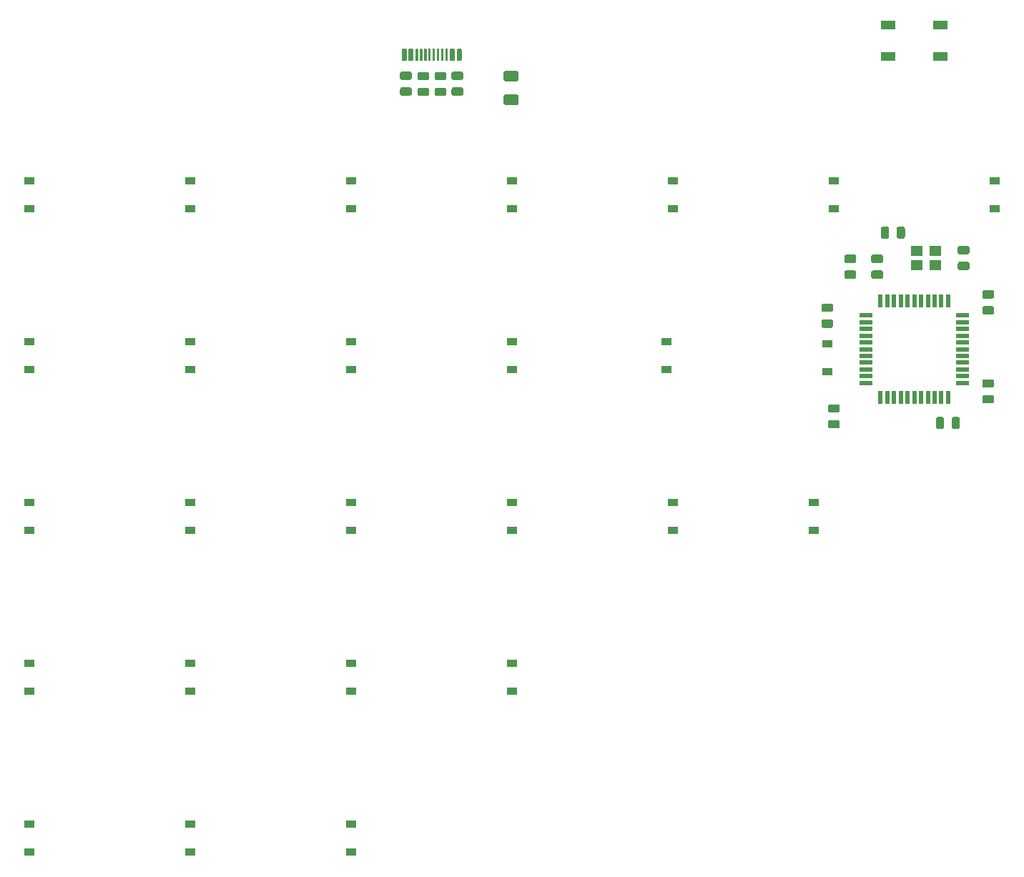
<source format=gbp>
G04 #@! TF.GenerationSoftware,KiCad,Pcbnew,(5.1.5-0-10_14)*
G04 #@! TF.CreationDate,2020-07-13T12:14:37+02:00*
G04 #@! TF.ProjectId,Trigon,54726967-6f6e-42e6-9b69-6361645f7063,rev?*
G04 #@! TF.SameCoordinates,Original*
G04 #@! TF.FileFunction,Paste,Bot*
G04 #@! TF.FilePolarity,Positive*
%FSLAX46Y46*%
G04 Gerber Fmt 4.6, Leading zero omitted, Abs format (unit mm)*
G04 Created by KiCad (PCBNEW (5.1.5-0-10_14)) date 2020-07-13 12:14:37*
%MOMM*%
%LPD*%
G04 APERTURE LIST*
%ADD10C,0.100000*%
%ADD11R,1.400000X1.200000*%
%ADD12R,0.550000X1.500000*%
%ADD13R,1.500000X0.550000*%
%ADD14R,1.800000X1.100000*%
%ADD15R,1.200000X0.900000*%
G04 APERTURE END LIST*
D10*
G36*
X86608453Y-18394472D02*
G01*
X86623014Y-18396632D01*
X86637293Y-18400209D01*
X86651153Y-18405168D01*
X86664460Y-18411462D01*
X86677086Y-18419030D01*
X86688909Y-18427798D01*
X86699816Y-18437684D01*
X86709702Y-18448591D01*
X86718470Y-18460414D01*
X86726038Y-18473040D01*
X86732332Y-18486347D01*
X86737291Y-18500207D01*
X86740868Y-18514486D01*
X86743028Y-18529047D01*
X86743750Y-18543750D01*
X86743750Y-19693750D01*
X86743028Y-19708453D01*
X86740868Y-19723014D01*
X86737291Y-19737293D01*
X86732332Y-19751153D01*
X86726038Y-19764460D01*
X86718470Y-19777086D01*
X86709702Y-19788909D01*
X86699816Y-19799816D01*
X86688909Y-19809702D01*
X86677086Y-19818470D01*
X86664460Y-19826038D01*
X86651153Y-19832332D01*
X86637293Y-19837291D01*
X86623014Y-19840868D01*
X86608453Y-19843028D01*
X86593750Y-19843750D01*
X86293750Y-19843750D01*
X86279047Y-19843028D01*
X86264486Y-19840868D01*
X86250207Y-19837291D01*
X86236347Y-19832332D01*
X86223040Y-19826038D01*
X86210414Y-19818470D01*
X86198591Y-19809702D01*
X86187684Y-19799816D01*
X86177798Y-19788909D01*
X86169030Y-19777086D01*
X86161462Y-19764460D01*
X86155168Y-19751153D01*
X86150209Y-19737293D01*
X86146632Y-19723014D01*
X86144472Y-19708453D01*
X86143750Y-19693750D01*
X86143750Y-18543750D01*
X86144472Y-18529047D01*
X86146632Y-18514486D01*
X86150209Y-18500207D01*
X86155168Y-18486347D01*
X86161462Y-18473040D01*
X86169030Y-18460414D01*
X86177798Y-18448591D01*
X86187684Y-18437684D01*
X86198591Y-18427798D01*
X86210414Y-18419030D01*
X86223040Y-18411462D01*
X86236347Y-18405168D01*
X86250207Y-18400209D01*
X86264486Y-18396632D01*
X86279047Y-18394472D01*
X86293750Y-18393750D01*
X86593750Y-18393750D01*
X86608453Y-18394472D01*
G37*
G36*
X88026101Y-18394111D02*
G01*
X88033382Y-18395191D01*
X88040521Y-18396979D01*
X88047451Y-18399459D01*
X88054105Y-18402606D01*
X88060418Y-18406390D01*
X88066329Y-18410774D01*
X88071783Y-18415717D01*
X88076726Y-18421171D01*
X88081110Y-18427082D01*
X88084894Y-18433395D01*
X88088041Y-18440049D01*
X88090521Y-18446979D01*
X88092309Y-18454118D01*
X88093389Y-18461399D01*
X88093750Y-18468750D01*
X88093750Y-19768750D01*
X88093389Y-19776101D01*
X88092309Y-19783382D01*
X88090521Y-19790521D01*
X88088041Y-19797451D01*
X88084894Y-19804105D01*
X88081110Y-19810418D01*
X88076726Y-19816329D01*
X88071783Y-19821783D01*
X88066329Y-19826726D01*
X88060418Y-19831110D01*
X88054105Y-19834894D01*
X88047451Y-19838041D01*
X88040521Y-19840521D01*
X88033382Y-19842309D01*
X88026101Y-19843389D01*
X88018750Y-19843750D01*
X87868750Y-19843750D01*
X87861399Y-19843389D01*
X87854118Y-19842309D01*
X87846979Y-19840521D01*
X87840049Y-19838041D01*
X87833395Y-19834894D01*
X87827082Y-19831110D01*
X87821171Y-19826726D01*
X87815717Y-19821783D01*
X87810774Y-19816329D01*
X87806390Y-19810418D01*
X87802606Y-19804105D01*
X87799459Y-19797451D01*
X87796979Y-19790521D01*
X87795191Y-19783382D01*
X87794111Y-19776101D01*
X87793750Y-19768750D01*
X87793750Y-18468750D01*
X87794111Y-18461399D01*
X87795191Y-18454118D01*
X87796979Y-18446979D01*
X87799459Y-18440049D01*
X87802606Y-18433395D01*
X87806390Y-18427082D01*
X87810774Y-18421171D01*
X87815717Y-18415717D01*
X87821171Y-18410774D01*
X87827082Y-18406390D01*
X87833395Y-18402606D01*
X87840049Y-18399459D01*
X87846979Y-18396979D01*
X87854118Y-18395191D01*
X87861399Y-18394111D01*
X87868750Y-18393750D01*
X88018750Y-18393750D01*
X88026101Y-18394111D01*
G37*
G36*
X88526101Y-18394111D02*
G01*
X88533382Y-18395191D01*
X88540521Y-18396979D01*
X88547451Y-18399459D01*
X88554105Y-18402606D01*
X88560418Y-18406390D01*
X88566329Y-18410774D01*
X88571783Y-18415717D01*
X88576726Y-18421171D01*
X88581110Y-18427082D01*
X88584894Y-18433395D01*
X88588041Y-18440049D01*
X88590521Y-18446979D01*
X88592309Y-18454118D01*
X88593389Y-18461399D01*
X88593750Y-18468750D01*
X88593750Y-19768750D01*
X88593389Y-19776101D01*
X88592309Y-19783382D01*
X88590521Y-19790521D01*
X88588041Y-19797451D01*
X88584894Y-19804105D01*
X88581110Y-19810418D01*
X88576726Y-19816329D01*
X88571783Y-19821783D01*
X88566329Y-19826726D01*
X88560418Y-19831110D01*
X88554105Y-19834894D01*
X88547451Y-19838041D01*
X88540521Y-19840521D01*
X88533382Y-19842309D01*
X88526101Y-19843389D01*
X88518750Y-19843750D01*
X88368750Y-19843750D01*
X88361399Y-19843389D01*
X88354118Y-19842309D01*
X88346979Y-19840521D01*
X88340049Y-19838041D01*
X88333395Y-19834894D01*
X88327082Y-19831110D01*
X88321171Y-19826726D01*
X88315717Y-19821783D01*
X88310774Y-19816329D01*
X88306390Y-19810418D01*
X88302606Y-19804105D01*
X88299459Y-19797451D01*
X88296979Y-19790521D01*
X88295191Y-19783382D01*
X88294111Y-19776101D01*
X88293750Y-19768750D01*
X88293750Y-18468750D01*
X88294111Y-18461399D01*
X88295191Y-18454118D01*
X88296979Y-18446979D01*
X88299459Y-18440049D01*
X88302606Y-18433395D01*
X88306390Y-18427082D01*
X88310774Y-18421171D01*
X88315717Y-18415717D01*
X88321171Y-18410774D01*
X88327082Y-18406390D01*
X88333395Y-18402606D01*
X88340049Y-18399459D01*
X88346979Y-18396979D01*
X88354118Y-18395191D01*
X88361399Y-18394111D01*
X88368750Y-18393750D01*
X88518750Y-18393750D01*
X88526101Y-18394111D01*
G37*
G36*
X89026101Y-18394111D02*
G01*
X89033382Y-18395191D01*
X89040521Y-18396979D01*
X89047451Y-18399459D01*
X89054105Y-18402606D01*
X89060418Y-18406390D01*
X89066329Y-18410774D01*
X89071783Y-18415717D01*
X89076726Y-18421171D01*
X89081110Y-18427082D01*
X89084894Y-18433395D01*
X89088041Y-18440049D01*
X89090521Y-18446979D01*
X89092309Y-18454118D01*
X89093389Y-18461399D01*
X89093750Y-18468750D01*
X89093750Y-19768750D01*
X89093389Y-19776101D01*
X89092309Y-19783382D01*
X89090521Y-19790521D01*
X89088041Y-19797451D01*
X89084894Y-19804105D01*
X89081110Y-19810418D01*
X89076726Y-19816329D01*
X89071783Y-19821783D01*
X89066329Y-19826726D01*
X89060418Y-19831110D01*
X89054105Y-19834894D01*
X89047451Y-19838041D01*
X89040521Y-19840521D01*
X89033382Y-19842309D01*
X89026101Y-19843389D01*
X89018750Y-19843750D01*
X88868750Y-19843750D01*
X88861399Y-19843389D01*
X88854118Y-19842309D01*
X88846979Y-19840521D01*
X88840049Y-19838041D01*
X88833395Y-19834894D01*
X88827082Y-19831110D01*
X88821171Y-19826726D01*
X88815717Y-19821783D01*
X88810774Y-19816329D01*
X88806390Y-19810418D01*
X88802606Y-19804105D01*
X88799459Y-19797451D01*
X88796979Y-19790521D01*
X88795191Y-19783382D01*
X88794111Y-19776101D01*
X88793750Y-19768750D01*
X88793750Y-18468750D01*
X88794111Y-18461399D01*
X88795191Y-18454118D01*
X88796979Y-18446979D01*
X88799459Y-18440049D01*
X88802606Y-18433395D01*
X88806390Y-18427082D01*
X88810774Y-18421171D01*
X88815717Y-18415717D01*
X88821171Y-18410774D01*
X88827082Y-18406390D01*
X88833395Y-18402606D01*
X88840049Y-18399459D01*
X88846979Y-18396979D01*
X88854118Y-18395191D01*
X88861399Y-18394111D01*
X88868750Y-18393750D01*
X89018750Y-18393750D01*
X89026101Y-18394111D01*
G37*
G36*
X89522101Y-18394111D02*
G01*
X89529382Y-18395191D01*
X89536521Y-18396979D01*
X89543451Y-18399459D01*
X89550105Y-18402606D01*
X89556418Y-18406390D01*
X89562329Y-18410774D01*
X89567783Y-18415717D01*
X89572726Y-18421171D01*
X89577110Y-18427082D01*
X89580894Y-18433395D01*
X89584041Y-18440049D01*
X89586521Y-18446979D01*
X89588309Y-18454118D01*
X89589389Y-18461399D01*
X89589750Y-18468750D01*
X89589750Y-19768750D01*
X89589389Y-19776101D01*
X89588309Y-19783382D01*
X89586521Y-19790521D01*
X89584041Y-19797451D01*
X89580894Y-19804105D01*
X89577110Y-19810418D01*
X89572726Y-19816329D01*
X89567783Y-19821783D01*
X89562329Y-19826726D01*
X89556418Y-19831110D01*
X89550105Y-19834894D01*
X89543451Y-19838041D01*
X89536521Y-19840521D01*
X89529382Y-19842309D01*
X89522101Y-19843389D01*
X89514750Y-19843750D01*
X89364750Y-19843750D01*
X89357399Y-19843389D01*
X89350118Y-19842309D01*
X89342979Y-19840521D01*
X89336049Y-19838041D01*
X89329395Y-19834894D01*
X89323082Y-19831110D01*
X89317171Y-19826726D01*
X89311717Y-19821783D01*
X89306774Y-19816329D01*
X89302390Y-19810418D01*
X89298606Y-19804105D01*
X89295459Y-19797451D01*
X89292979Y-19790521D01*
X89291191Y-19783382D01*
X89290111Y-19776101D01*
X89289750Y-19768750D01*
X89289750Y-18468750D01*
X89290111Y-18461399D01*
X89291191Y-18454118D01*
X89292979Y-18446979D01*
X89295459Y-18440049D01*
X89298606Y-18433395D01*
X89302390Y-18427082D01*
X89306774Y-18421171D01*
X89311717Y-18415717D01*
X89317171Y-18410774D01*
X89323082Y-18406390D01*
X89329395Y-18402606D01*
X89336049Y-18399459D01*
X89342979Y-18396979D01*
X89350118Y-18395191D01*
X89357399Y-18394111D01*
X89364750Y-18393750D01*
X89514750Y-18393750D01*
X89522101Y-18394111D01*
G37*
G36*
X91526101Y-18394111D02*
G01*
X91533382Y-18395191D01*
X91540521Y-18396979D01*
X91547451Y-18399459D01*
X91554105Y-18402606D01*
X91560418Y-18406390D01*
X91566329Y-18410774D01*
X91571783Y-18415717D01*
X91576726Y-18421171D01*
X91581110Y-18427082D01*
X91584894Y-18433395D01*
X91588041Y-18440049D01*
X91590521Y-18446979D01*
X91592309Y-18454118D01*
X91593389Y-18461399D01*
X91593750Y-18468750D01*
X91593750Y-19768750D01*
X91593389Y-19776101D01*
X91592309Y-19783382D01*
X91590521Y-19790521D01*
X91588041Y-19797451D01*
X91584894Y-19804105D01*
X91581110Y-19810418D01*
X91576726Y-19816329D01*
X91571783Y-19821783D01*
X91566329Y-19826726D01*
X91560418Y-19831110D01*
X91554105Y-19834894D01*
X91547451Y-19838041D01*
X91540521Y-19840521D01*
X91533382Y-19842309D01*
X91526101Y-19843389D01*
X91518750Y-19843750D01*
X91368750Y-19843750D01*
X91361399Y-19843389D01*
X91354118Y-19842309D01*
X91346979Y-19840521D01*
X91340049Y-19838041D01*
X91333395Y-19834894D01*
X91327082Y-19831110D01*
X91321171Y-19826726D01*
X91315717Y-19821783D01*
X91310774Y-19816329D01*
X91306390Y-19810418D01*
X91302606Y-19804105D01*
X91299459Y-19797451D01*
X91296979Y-19790521D01*
X91295191Y-19783382D01*
X91294111Y-19776101D01*
X91293750Y-19768750D01*
X91293750Y-18468750D01*
X91294111Y-18461399D01*
X91295191Y-18454118D01*
X91296979Y-18446979D01*
X91299459Y-18440049D01*
X91302606Y-18433395D01*
X91306390Y-18427082D01*
X91310774Y-18421171D01*
X91315717Y-18415717D01*
X91321171Y-18410774D01*
X91327082Y-18406390D01*
X91333395Y-18402606D01*
X91340049Y-18399459D01*
X91346979Y-18396979D01*
X91354118Y-18395191D01*
X91361399Y-18394111D01*
X91368750Y-18393750D01*
X91518750Y-18393750D01*
X91526101Y-18394111D01*
G37*
G36*
X91026101Y-18394111D02*
G01*
X91033382Y-18395191D01*
X91040521Y-18396979D01*
X91047451Y-18399459D01*
X91054105Y-18402606D01*
X91060418Y-18406390D01*
X91066329Y-18410774D01*
X91071783Y-18415717D01*
X91076726Y-18421171D01*
X91081110Y-18427082D01*
X91084894Y-18433395D01*
X91088041Y-18440049D01*
X91090521Y-18446979D01*
X91092309Y-18454118D01*
X91093389Y-18461399D01*
X91093750Y-18468750D01*
X91093750Y-19768750D01*
X91093389Y-19776101D01*
X91092309Y-19783382D01*
X91090521Y-19790521D01*
X91088041Y-19797451D01*
X91084894Y-19804105D01*
X91081110Y-19810418D01*
X91076726Y-19816329D01*
X91071783Y-19821783D01*
X91066329Y-19826726D01*
X91060418Y-19831110D01*
X91054105Y-19834894D01*
X91047451Y-19838041D01*
X91040521Y-19840521D01*
X91033382Y-19842309D01*
X91026101Y-19843389D01*
X91018750Y-19843750D01*
X90868750Y-19843750D01*
X90861399Y-19843389D01*
X90854118Y-19842309D01*
X90846979Y-19840521D01*
X90840049Y-19838041D01*
X90833395Y-19834894D01*
X90827082Y-19831110D01*
X90821171Y-19826726D01*
X90815717Y-19821783D01*
X90810774Y-19816329D01*
X90806390Y-19810418D01*
X90802606Y-19804105D01*
X90799459Y-19797451D01*
X90796979Y-19790521D01*
X90795191Y-19783382D01*
X90794111Y-19776101D01*
X90793750Y-19768750D01*
X90793750Y-18468750D01*
X90794111Y-18461399D01*
X90795191Y-18454118D01*
X90796979Y-18446979D01*
X90799459Y-18440049D01*
X90802606Y-18433395D01*
X90806390Y-18427082D01*
X90810774Y-18421171D01*
X90815717Y-18415717D01*
X90821171Y-18410774D01*
X90827082Y-18406390D01*
X90833395Y-18402606D01*
X90840049Y-18399459D01*
X90846979Y-18396979D01*
X90854118Y-18395191D01*
X90861399Y-18394111D01*
X90868750Y-18393750D01*
X91018750Y-18393750D01*
X91026101Y-18394111D01*
G37*
G36*
X90526101Y-18394111D02*
G01*
X90533382Y-18395191D01*
X90540521Y-18396979D01*
X90547451Y-18399459D01*
X90554105Y-18402606D01*
X90560418Y-18406390D01*
X90566329Y-18410774D01*
X90571783Y-18415717D01*
X90576726Y-18421171D01*
X90581110Y-18427082D01*
X90584894Y-18433395D01*
X90588041Y-18440049D01*
X90590521Y-18446979D01*
X90592309Y-18454118D01*
X90593389Y-18461399D01*
X90593750Y-18468750D01*
X90593750Y-19768750D01*
X90593389Y-19776101D01*
X90592309Y-19783382D01*
X90590521Y-19790521D01*
X90588041Y-19797451D01*
X90584894Y-19804105D01*
X90581110Y-19810418D01*
X90576726Y-19816329D01*
X90571783Y-19821783D01*
X90566329Y-19826726D01*
X90560418Y-19831110D01*
X90554105Y-19834894D01*
X90547451Y-19838041D01*
X90540521Y-19840521D01*
X90533382Y-19842309D01*
X90526101Y-19843389D01*
X90518750Y-19843750D01*
X90368750Y-19843750D01*
X90361399Y-19843389D01*
X90354118Y-19842309D01*
X90346979Y-19840521D01*
X90340049Y-19838041D01*
X90333395Y-19834894D01*
X90327082Y-19831110D01*
X90321171Y-19826726D01*
X90315717Y-19821783D01*
X90310774Y-19816329D01*
X90306390Y-19810418D01*
X90302606Y-19804105D01*
X90299459Y-19797451D01*
X90296979Y-19790521D01*
X90295191Y-19783382D01*
X90294111Y-19776101D01*
X90293750Y-19768750D01*
X90293750Y-18468750D01*
X90294111Y-18461399D01*
X90295191Y-18454118D01*
X90296979Y-18446979D01*
X90299459Y-18440049D01*
X90302606Y-18433395D01*
X90306390Y-18427082D01*
X90310774Y-18421171D01*
X90315717Y-18415717D01*
X90321171Y-18410774D01*
X90327082Y-18406390D01*
X90333395Y-18402606D01*
X90340049Y-18399459D01*
X90346979Y-18396979D01*
X90354118Y-18395191D01*
X90361399Y-18394111D01*
X90368750Y-18393750D01*
X90518750Y-18393750D01*
X90526101Y-18394111D01*
G37*
G36*
X90026101Y-18394111D02*
G01*
X90033382Y-18395191D01*
X90040521Y-18396979D01*
X90047451Y-18399459D01*
X90054105Y-18402606D01*
X90060418Y-18406390D01*
X90066329Y-18410774D01*
X90071783Y-18415717D01*
X90076726Y-18421171D01*
X90081110Y-18427082D01*
X90084894Y-18433395D01*
X90088041Y-18440049D01*
X90090521Y-18446979D01*
X90092309Y-18454118D01*
X90093389Y-18461399D01*
X90093750Y-18468750D01*
X90093750Y-19768750D01*
X90093389Y-19776101D01*
X90092309Y-19783382D01*
X90090521Y-19790521D01*
X90088041Y-19797451D01*
X90084894Y-19804105D01*
X90081110Y-19810418D01*
X90076726Y-19816329D01*
X90071783Y-19821783D01*
X90066329Y-19826726D01*
X90060418Y-19831110D01*
X90054105Y-19834894D01*
X90047451Y-19838041D01*
X90040521Y-19840521D01*
X90033382Y-19842309D01*
X90026101Y-19843389D01*
X90018750Y-19843750D01*
X89868750Y-19843750D01*
X89861399Y-19843389D01*
X89854118Y-19842309D01*
X89846979Y-19840521D01*
X89840049Y-19838041D01*
X89833395Y-19834894D01*
X89827082Y-19831110D01*
X89821171Y-19826726D01*
X89815717Y-19821783D01*
X89810774Y-19816329D01*
X89806390Y-19810418D01*
X89802606Y-19804105D01*
X89799459Y-19797451D01*
X89796979Y-19790521D01*
X89795191Y-19783382D01*
X89794111Y-19776101D01*
X89793750Y-19768750D01*
X89793750Y-18468750D01*
X89794111Y-18461399D01*
X89795191Y-18454118D01*
X89796979Y-18446979D01*
X89799459Y-18440049D01*
X89802606Y-18433395D01*
X89806390Y-18427082D01*
X89810774Y-18421171D01*
X89815717Y-18415717D01*
X89821171Y-18410774D01*
X89827082Y-18406390D01*
X89833395Y-18402606D01*
X89840049Y-18399459D01*
X89846979Y-18396979D01*
X89854118Y-18395191D01*
X89861399Y-18394111D01*
X89868750Y-18393750D01*
X90018750Y-18393750D01*
X90026101Y-18394111D01*
G37*
G36*
X87408453Y-18394472D02*
G01*
X87423014Y-18396632D01*
X87437293Y-18400209D01*
X87451153Y-18405168D01*
X87464460Y-18411462D01*
X87477086Y-18419030D01*
X87488909Y-18427798D01*
X87499816Y-18437684D01*
X87509702Y-18448591D01*
X87518470Y-18460414D01*
X87526038Y-18473040D01*
X87532332Y-18486347D01*
X87537291Y-18500207D01*
X87540868Y-18514486D01*
X87543028Y-18529047D01*
X87543750Y-18543750D01*
X87543750Y-19693750D01*
X87543028Y-19708453D01*
X87540868Y-19723014D01*
X87537291Y-19737293D01*
X87532332Y-19751153D01*
X87526038Y-19764460D01*
X87518470Y-19777086D01*
X87509702Y-19788909D01*
X87499816Y-19799816D01*
X87488909Y-19809702D01*
X87477086Y-19818470D01*
X87464460Y-19826038D01*
X87451153Y-19832332D01*
X87437293Y-19837291D01*
X87423014Y-19840868D01*
X87408453Y-19843028D01*
X87393750Y-19843750D01*
X87093750Y-19843750D01*
X87079047Y-19843028D01*
X87064486Y-19840868D01*
X87050207Y-19837291D01*
X87036347Y-19832332D01*
X87023040Y-19826038D01*
X87010414Y-19818470D01*
X86998591Y-19809702D01*
X86987684Y-19799816D01*
X86977798Y-19788909D01*
X86969030Y-19777086D01*
X86961462Y-19764460D01*
X86955168Y-19751153D01*
X86950209Y-19737293D01*
X86946632Y-19723014D01*
X86944472Y-19708453D01*
X86943750Y-19693750D01*
X86943750Y-18543750D01*
X86944472Y-18529047D01*
X86946632Y-18514486D01*
X86950209Y-18500207D01*
X86955168Y-18486347D01*
X86961462Y-18473040D01*
X86969030Y-18460414D01*
X86977798Y-18448591D01*
X86987684Y-18437684D01*
X86998591Y-18427798D01*
X87010414Y-18419030D01*
X87023040Y-18411462D01*
X87036347Y-18405168D01*
X87050207Y-18400209D01*
X87064486Y-18396632D01*
X87079047Y-18394472D01*
X87093750Y-18393750D01*
X87393750Y-18393750D01*
X87408453Y-18394472D01*
G37*
G36*
X93108453Y-18394472D02*
G01*
X93123014Y-18396632D01*
X93137293Y-18400209D01*
X93151153Y-18405168D01*
X93164460Y-18411462D01*
X93177086Y-18419030D01*
X93188909Y-18427798D01*
X93199816Y-18437684D01*
X93209702Y-18448591D01*
X93218470Y-18460414D01*
X93226038Y-18473040D01*
X93232332Y-18486347D01*
X93237291Y-18500207D01*
X93240868Y-18514486D01*
X93243028Y-18529047D01*
X93243750Y-18543750D01*
X93243750Y-19693750D01*
X93243028Y-19708453D01*
X93240868Y-19723014D01*
X93237291Y-19737293D01*
X93232332Y-19751153D01*
X93226038Y-19764460D01*
X93218470Y-19777086D01*
X93209702Y-19788909D01*
X93199816Y-19799816D01*
X93188909Y-19809702D01*
X93177086Y-19818470D01*
X93164460Y-19826038D01*
X93151153Y-19832332D01*
X93137293Y-19837291D01*
X93123014Y-19840868D01*
X93108453Y-19843028D01*
X93093750Y-19843750D01*
X92793750Y-19843750D01*
X92779047Y-19843028D01*
X92764486Y-19840868D01*
X92750207Y-19837291D01*
X92736347Y-19832332D01*
X92723040Y-19826038D01*
X92710414Y-19818470D01*
X92698591Y-19809702D01*
X92687684Y-19799816D01*
X92677798Y-19788909D01*
X92669030Y-19777086D01*
X92661462Y-19764460D01*
X92655168Y-19751153D01*
X92650209Y-19737293D01*
X92646632Y-19723014D01*
X92644472Y-19708453D01*
X92643750Y-19693750D01*
X92643750Y-18543750D01*
X92644472Y-18529047D01*
X92646632Y-18514486D01*
X92650209Y-18500207D01*
X92655168Y-18486347D01*
X92661462Y-18473040D01*
X92669030Y-18460414D01*
X92677798Y-18448591D01*
X92687684Y-18437684D01*
X92698591Y-18427798D01*
X92710414Y-18419030D01*
X92723040Y-18411462D01*
X92736347Y-18405168D01*
X92750207Y-18400209D01*
X92764486Y-18396632D01*
X92779047Y-18394472D01*
X92793750Y-18393750D01*
X93093750Y-18393750D01*
X93108453Y-18394472D01*
G37*
G36*
X92308453Y-18394472D02*
G01*
X92323014Y-18396632D01*
X92337293Y-18400209D01*
X92351153Y-18405168D01*
X92364460Y-18411462D01*
X92377086Y-18419030D01*
X92388909Y-18427798D01*
X92399816Y-18437684D01*
X92409702Y-18448591D01*
X92418470Y-18460414D01*
X92426038Y-18473040D01*
X92432332Y-18486347D01*
X92437291Y-18500207D01*
X92440868Y-18514486D01*
X92443028Y-18529047D01*
X92443750Y-18543750D01*
X92443750Y-19693750D01*
X92443028Y-19708453D01*
X92440868Y-19723014D01*
X92437291Y-19737293D01*
X92432332Y-19751153D01*
X92426038Y-19764460D01*
X92418470Y-19777086D01*
X92409702Y-19788909D01*
X92399816Y-19799816D01*
X92388909Y-19809702D01*
X92377086Y-19818470D01*
X92364460Y-19826038D01*
X92351153Y-19832332D01*
X92337293Y-19837291D01*
X92323014Y-19840868D01*
X92308453Y-19843028D01*
X92293750Y-19843750D01*
X91993750Y-19843750D01*
X91979047Y-19843028D01*
X91964486Y-19840868D01*
X91950207Y-19837291D01*
X91936347Y-19832332D01*
X91923040Y-19826038D01*
X91910414Y-19818470D01*
X91898591Y-19809702D01*
X91887684Y-19799816D01*
X91877798Y-19788909D01*
X91869030Y-19777086D01*
X91861462Y-19764460D01*
X91855168Y-19751153D01*
X91850209Y-19737293D01*
X91846632Y-19723014D01*
X91844472Y-19708453D01*
X91843750Y-19693750D01*
X91843750Y-18543750D01*
X91844472Y-18529047D01*
X91846632Y-18514486D01*
X91850209Y-18500207D01*
X91855168Y-18486347D01*
X91861462Y-18473040D01*
X91869030Y-18460414D01*
X91877798Y-18448591D01*
X91887684Y-18437684D01*
X91898591Y-18427798D01*
X91910414Y-18419030D01*
X91923040Y-18411462D01*
X91936347Y-18405168D01*
X91950207Y-18400209D01*
X91964486Y-18396632D01*
X91979047Y-18394472D01*
X91993750Y-18393750D01*
X92293750Y-18393750D01*
X92308453Y-18394472D01*
G37*
G36*
X137798892Y-62363674D02*
G01*
X137822553Y-62367184D01*
X137845757Y-62372996D01*
X137868279Y-62381054D01*
X137889903Y-62391282D01*
X137910420Y-62403579D01*
X137929633Y-62417829D01*
X137947357Y-62433893D01*
X137963421Y-62451617D01*
X137977671Y-62470830D01*
X137989968Y-62491347D01*
X138000196Y-62512971D01*
X138008254Y-62535493D01*
X138014066Y-62558697D01*
X138017576Y-62582358D01*
X138018750Y-62606250D01*
X138018750Y-63093750D01*
X138017576Y-63117642D01*
X138014066Y-63141303D01*
X138008254Y-63164507D01*
X138000196Y-63187029D01*
X137989968Y-63208653D01*
X137977671Y-63229170D01*
X137963421Y-63248383D01*
X137947357Y-63266107D01*
X137929633Y-63282171D01*
X137910420Y-63296421D01*
X137889903Y-63308718D01*
X137868279Y-63318946D01*
X137845757Y-63327004D01*
X137822553Y-63332816D01*
X137798892Y-63336326D01*
X137775000Y-63337500D01*
X136862500Y-63337500D01*
X136838608Y-63336326D01*
X136814947Y-63332816D01*
X136791743Y-63327004D01*
X136769221Y-63318946D01*
X136747597Y-63308718D01*
X136727080Y-63296421D01*
X136707867Y-63282171D01*
X136690143Y-63266107D01*
X136674079Y-63248383D01*
X136659829Y-63229170D01*
X136647532Y-63208653D01*
X136637304Y-63187029D01*
X136629246Y-63164507D01*
X136623434Y-63141303D01*
X136619924Y-63117642D01*
X136618750Y-63093750D01*
X136618750Y-62606250D01*
X136619924Y-62582358D01*
X136623434Y-62558697D01*
X136629246Y-62535493D01*
X136637304Y-62512971D01*
X136647532Y-62491347D01*
X136659829Y-62470830D01*
X136674079Y-62451617D01*
X136690143Y-62433893D01*
X136707867Y-62417829D01*
X136727080Y-62403579D01*
X136747597Y-62391282D01*
X136769221Y-62381054D01*
X136791743Y-62372996D01*
X136814947Y-62367184D01*
X136838608Y-62363674D01*
X136862500Y-62362500D01*
X137775000Y-62362500D01*
X137798892Y-62363674D01*
G37*
G36*
X137798892Y-60488674D02*
G01*
X137822553Y-60492184D01*
X137845757Y-60497996D01*
X137868279Y-60506054D01*
X137889903Y-60516282D01*
X137910420Y-60528579D01*
X137929633Y-60542829D01*
X137947357Y-60558893D01*
X137963421Y-60576617D01*
X137977671Y-60595830D01*
X137989968Y-60616347D01*
X138000196Y-60637971D01*
X138008254Y-60660493D01*
X138014066Y-60683697D01*
X138017576Y-60707358D01*
X138018750Y-60731250D01*
X138018750Y-61218750D01*
X138017576Y-61242642D01*
X138014066Y-61266303D01*
X138008254Y-61289507D01*
X138000196Y-61312029D01*
X137989968Y-61333653D01*
X137977671Y-61354170D01*
X137963421Y-61373383D01*
X137947357Y-61391107D01*
X137929633Y-61407171D01*
X137910420Y-61421421D01*
X137889903Y-61433718D01*
X137868279Y-61443946D01*
X137845757Y-61452004D01*
X137822553Y-61457816D01*
X137798892Y-61461326D01*
X137775000Y-61462500D01*
X136862500Y-61462500D01*
X136838608Y-61461326D01*
X136814947Y-61457816D01*
X136791743Y-61452004D01*
X136769221Y-61443946D01*
X136747597Y-61433718D01*
X136727080Y-61421421D01*
X136707867Y-61407171D01*
X136690143Y-61391107D01*
X136674079Y-61373383D01*
X136659829Y-61354170D01*
X136647532Y-61333653D01*
X136637304Y-61312029D01*
X136629246Y-61289507D01*
X136623434Y-61266303D01*
X136619924Y-61242642D01*
X136618750Y-61218750D01*
X136618750Y-60731250D01*
X136619924Y-60707358D01*
X136623434Y-60683697D01*
X136629246Y-60660493D01*
X136637304Y-60637971D01*
X136647532Y-60616347D01*
X136659829Y-60595830D01*
X136674079Y-60576617D01*
X136690143Y-60558893D01*
X136707867Y-60542829D01*
X136727080Y-60528579D01*
X136747597Y-60516282D01*
X136769221Y-60506054D01*
X136791743Y-60497996D01*
X136814947Y-60492184D01*
X136838608Y-60488674D01*
X136862500Y-60487500D01*
X137775000Y-60487500D01*
X137798892Y-60488674D01*
G37*
D11*
X149360417Y-44017424D03*
X147160417Y-44017424D03*
X147160417Y-42317424D03*
X149360417Y-42317424D03*
D12*
X142843750Y-59675000D03*
X143643750Y-59675000D03*
X144443750Y-59675000D03*
X145243750Y-59675000D03*
X146043750Y-59675000D03*
X146843750Y-59675000D03*
X147643750Y-59675000D03*
X148443750Y-59675000D03*
X149243750Y-59675000D03*
X150043750Y-59675000D03*
X150843750Y-59675000D03*
D13*
X152543750Y-57975000D03*
X152543750Y-57175000D03*
X152543750Y-56375000D03*
X152543750Y-55575000D03*
X152543750Y-54775000D03*
X152543750Y-53975000D03*
X152543750Y-53175000D03*
X152543750Y-52375000D03*
X152543750Y-51575000D03*
X152543750Y-50775000D03*
X152543750Y-49975000D03*
D12*
X150843750Y-48275000D03*
X150043750Y-48275000D03*
X149243750Y-48275000D03*
X148443750Y-48275000D03*
X147643750Y-48275000D03*
X146843750Y-48275000D03*
X146043750Y-48275000D03*
X145243750Y-48275000D03*
X144443750Y-48275000D03*
X143643750Y-48275000D03*
X142843750Y-48275000D03*
D13*
X141143750Y-49975000D03*
X141143750Y-50775000D03*
X141143750Y-51575000D03*
X141143750Y-52375000D03*
X141143750Y-53175000D03*
X141143750Y-53975000D03*
X141143750Y-54775000D03*
X141143750Y-55575000D03*
X141143750Y-56375000D03*
X141143750Y-57175000D03*
X141143750Y-57975000D03*
D14*
X143743750Y-15612500D03*
X149943750Y-19312500D03*
X143743750Y-19312500D03*
X149943750Y-15612500D03*
D10*
G36*
X156055142Y-59410924D02*
G01*
X156078803Y-59414434D01*
X156102007Y-59420246D01*
X156124529Y-59428304D01*
X156146153Y-59438532D01*
X156166670Y-59450829D01*
X156185883Y-59465079D01*
X156203607Y-59481143D01*
X156219671Y-59498867D01*
X156233921Y-59518080D01*
X156246218Y-59538597D01*
X156256446Y-59560221D01*
X156264504Y-59582743D01*
X156270316Y-59605947D01*
X156273826Y-59629608D01*
X156275000Y-59653500D01*
X156275000Y-60141000D01*
X156273826Y-60164892D01*
X156270316Y-60188553D01*
X156264504Y-60211757D01*
X156256446Y-60234279D01*
X156246218Y-60255903D01*
X156233921Y-60276420D01*
X156219671Y-60295633D01*
X156203607Y-60313357D01*
X156185883Y-60329421D01*
X156166670Y-60343671D01*
X156146153Y-60355968D01*
X156124529Y-60366196D01*
X156102007Y-60374254D01*
X156078803Y-60380066D01*
X156055142Y-60383576D01*
X156031250Y-60384750D01*
X155118750Y-60384750D01*
X155094858Y-60383576D01*
X155071197Y-60380066D01*
X155047993Y-60374254D01*
X155025471Y-60366196D01*
X155003847Y-60355968D01*
X154983330Y-60343671D01*
X154964117Y-60329421D01*
X154946393Y-60313357D01*
X154930329Y-60295633D01*
X154916079Y-60276420D01*
X154903782Y-60255903D01*
X154893554Y-60234279D01*
X154885496Y-60211757D01*
X154879684Y-60188553D01*
X154876174Y-60164892D01*
X154875000Y-60141000D01*
X154875000Y-59653500D01*
X154876174Y-59629608D01*
X154879684Y-59605947D01*
X154885496Y-59582743D01*
X154893554Y-59560221D01*
X154903782Y-59538597D01*
X154916079Y-59518080D01*
X154930329Y-59498867D01*
X154946393Y-59481143D01*
X154964117Y-59465079D01*
X154983330Y-59450829D01*
X155003847Y-59438532D01*
X155025471Y-59428304D01*
X155047993Y-59420246D01*
X155071197Y-59414434D01*
X155094858Y-59410924D01*
X155118750Y-59409750D01*
X156031250Y-59409750D01*
X156055142Y-59410924D01*
G37*
G36*
X156055142Y-57535924D02*
G01*
X156078803Y-57539434D01*
X156102007Y-57545246D01*
X156124529Y-57553304D01*
X156146153Y-57563532D01*
X156166670Y-57575829D01*
X156185883Y-57590079D01*
X156203607Y-57606143D01*
X156219671Y-57623867D01*
X156233921Y-57643080D01*
X156246218Y-57663597D01*
X156256446Y-57685221D01*
X156264504Y-57707743D01*
X156270316Y-57730947D01*
X156273826Y-57754608D01*
X156275000Y-57778500D01*
X156275000Y-58266000D01*
X156273826Y-58289892D01*
X156270316Y-58313553D01*
X156264504Y-58336757D01*
X156256446Y-58359279D01*
X156246218Y-58380903D01*
X156233921Y-58401420D01*
X156219671Y-58420633D01*
X156203607Y-58438357D01*
X156185883Y-58454421D01*
X156166670Y-58468671D01*
X156146153Y-58480968D01*
X156124529Y-58491196D01*
X156102007Y-58499254D01*
X156078803Y-58505066D01*
X156055142Y-58508576D01*
X156031250Y-58509750D01*
X155118750Y-58509750D01*
X155094858Y-58508576D01*
X155071197Y-58505066D01*
X155047993Y-58499254D01*
X155025471Y-58491196D01*
X155003847Y-58480968D01*
X154983330Y-58468671D01*
X154964117Y-58454421D01*
X154946393Y-58438357D01*
X154930329Y-58420633D01*
X154916079Y-58401420D01*
X154903782Y-58380903D01*
X154893554Y-58359279D01*
X154885496Y-58336757D01*
X154879684Y-58313553D01*
X154876174Y-58289892D01*
X154875000Y-58266000D01*
X154875000Y-57778500D01*
X154876174Y-57754608D01*
X154879684Y-57730947D01*
X154885496Y-57707743D01*
X154893554Y-57685221D01*
X154903782Y-57663597D01*
X154916079Y-57643080D01*
X154930329Y-57623867D01*
X154946393Y-57606143D01*
X154964117Y-57590079D01*
X154983330Y-57575829D01*
X155003847Y-57563532D01*
X155025471Y-57553304D01*
X155047993Y-57545246D01*
X155071197Y-57539434D01*
X155094858Y-57535924D01*
X155118750Y-57534750D01*
X156031250Y-57534750D01*
X156055142Y-57535924D01*
G37*
G36*
X93221892Y-21086924D02*
G01*
X93245553Y-21090434D01*
X93268757Y-21096246D01*
X93291279Y-21104304D01*
X93312903Y-21114532D01*
X93333420Y-21126829D01*
X93352633Y-21141079D01*
X93370357Y-21157143D01*
X93386421Y-21174867D01*
X93400671Y-21194080D01*
X93412968Y-21214597D01*
X93423196Y-21236221D01*
X93431254Y-21258743D01*
X93437066Y-21281947D01*
X93440576Y-21305608D01*
X93441750Y-21329500D01*
X93441750Y-21817000D01*
X93440576Y-21840892D01*
X93437066Y-21864553D01*
X93431254Y-21887757D01*
X93423196Y-21910279D01*
X93412968Y-21931903D01*
X93400671Y-21952420D01*
X93386421Y-21971633D01*
X93370357Y-21989357D01*
X93352633Y-22005421D01*
X93333420Y-22019671D01*
X93312903Y-22031968D01*
X93291279Y-22042196D01*
X93268757Y-22050254D01*
X93245553Y-22056066D01*
X93221892Y-22059576D01*
X93198000Y-22060750D01*
X92285500Y-22060750D01*
X92261608Y-22059576D01*
X92237947Y-22056066D01*
X92214743Y-22050254D01*
X92192221Y-22042196D01*
X92170597Y-22031968D01*
X92150080Y-22019671D01*
X92130867Y-22005421D01*
X92113143Y-21989357D01*
X92097079Y-21971633D01*
X92082829Y-21952420D01*
X92070532Y-21931903D01*
X92060304Y-21910279D01*
X92052246Y-21887757D01*
X92046434Y-21864553D01*
X92042924Y-21840892D01*
X92041750Y-21817000D01*
X92041750Y-21329500D01*
X92042924Y-21305608D01*
X92046434Y-21281947D01*
X92052246Y-21258743D01*
X92060304Y-21236221D01*
X92070532Y-21214597D01*
X92082829Y-21194080D01*
X92097079Y-21174867D01*
X92113143Y-21157143D01*
X92130867Y-21141079D01*
X92150080Y-21126829D01*
X92170597Y-21114532D01*
X92192221Y-21104304D01*
X92214743Y-21096246D01*
X92237947Y-21090434D01*
X92261608Y-21086924D01*
X92285500Y-21085750D01*
X93198000Y-21085750D01*
X93221892Y-21086924D01*
G37*
G36*
X93221892Y-22961924D02*
G01*
X93245553Y-22965434D01*
X93268757Y-22971246D01*
X93291279Y-22979304D01*
X93312903Y-22989532D01*
X93333420Y-23001829D01*
X93352633Y-23016079D01*
X93370357Y-23032143D01*
X93386421Y-23049867D01*
X93400671Y-23069080D01*
X93412968Y-23089597D01*
X93423196Y-23111221D01*
X93431254Y-23133743D01*
X93437066Y-23156947D01*
X93440576Y-23180608D01*
X93441750Y-23204500D01*
X93441750Y-23692000D01*
X93440576Y-23715892D01*
X93437066Y-23739553D01*
X93431254Y-23762757D01*
X93423196Y-23785279D01*
X93412968Y-23806903D01*
X93400671Y-23827420D01*
X93386421Y-23846633D01*
X93370357Y-23864357D01*
X93352633Y-23880421D01*
X93333420Y-23894671D01*
X93312903Y-23906968D01*
X93291279Y-23917196D01*
X93268757Y-23925254D01*
X93245553Y-23931066D01*
X93221892Y-23934576D01*
X93198000Y-23935750D01*
X92285500Y-23935750D01*
X92261608Y-23934576D01*
X92237947Y-23931066D01*
X92214743Y-23925254D01*
X92192221Y-23917196D01*
X92170597Y-23906968D01*
X92150080Y-23894671D01*
X92130867Y-23880421D01*
X92113143Y-23864357D01*
X92097079Y-23846633D01*
X92082829Y-23827420D01*
X92070532Y-23806903D01*
X92060304Y-23785279D01*
X92052246Y-23762757D01*
X92046434Y-23739553D01*
X92042924Y-23715892D01*
X92041750Y-23692000D01*
X92041750Y-23204500D01*
X92042924Y-23180608D01*
X92046434Y-23156947D01*
X92052246Y-23133743D01*
X92060304Y-23111221D01*
X92070532Y-23089597D01*
X92082829Y-23069080D01*
X92097079Y-23049867D01*
X92113143Y-23032143D01*
X92130867Y-23016079D01*
X92150080Y-23001829D01*
X92170597Y-22989532D01*
X92192221Y-22979304D01*
X92214743Y-22971246D01*
X92237947Y-22965434D01*
X92261608Y-22961924D01*
X92285500Y-22960750D01*
X93198000Y-22960750D01*
X93221892Y-22961924D01*
G37*
G36*
X87125892Y-21086924D02*
G01*
X87149553Y-21090434D01*
X87172757Y-21096246D01*
X87195279Y-21104304D01*
X87216903Y-21114532D01*
X87237420Y-21126829D01*
X87256633Y-21141079D01*
X87274357Y-21157143D01*
X87290421Y-21174867D01*
X87304671Y-21194080D01*
X87316968Y-21214597D01*
X87327196Y-21236221D01*
X87335254Y-21258743D01*
X87341066Y-21281947D01*
X87344576Y-21305608D01*
X87345750Y-21329500D01*
X87345750Y-21817000D01*
X87344576Y-21840892D01*
X87341066Y-21864553D01*
X87335254Y-21887757D01*
X87327196Y-21910279D01*
X87316968Y-21931903D01*
X87304671Y-21952420D01*
X87290421Y-21971633D01*
X87274357Y-21989357D01*
X87256633Y-22005421D01*
X87237420Y-22019671D01*
X87216903Y-22031968D01*
X87195279Y-22042196D01*
X87172757Y-22050254D01*
X87149553Y-22056066D01*
X87125892Y-22059576D01*
X87102000Y-22060750D01*
X86189500Y-22060750D01*
X86165608Y-22059576D01*
X86141947Y-22056066D01*
X86118743Y-22050254D01*
X86096221Y-22042196D01*
X86074597Y-22031968D01*
X86054080Y-22019671D01*
X86034867Y-22005421D01*
X86017143Y-21989357D01*
X86001079Y-21971633D01*
X85986829Y-21952420D01*
X85974532Y-21931903D01*
X85964304Y-21910279D01*
X85956246Y-21887757D01*
X85950434Y-21864553D01*
X85946924Y-21840892D01*
X85945750Y-21817000D01*
X85945750Y-21329500D01*
X85946924Y-21305608D01*
X85950434Y-21281947D01*
X85956246Y-21258743D01*
X85964304Y-21236221D01*
X85974532Y-21214597D01*
X85986829Y-21194080D01*
X86001079Y-21174867D01*
X86017143Y-21157143D01*
X86034867Y-21141079D01*
X86054080Y-21126829D01*
X86074597Y-21114532D01*
X86096221Y-21104304D01*
X86118743Y-21096246D01*
X86141947Y-21090434D01*
X86165608Y-21086924D01*
X86189500Y-21085750D01*
X87102000Y-21085750D01*
X87125892Y-21086924D01*
G37*
G36*
X87125892Y-22961924D02*
G01*
X87149553Y-22965434D01*
X87172757Y-22971246D01*
X87195279Y-22979304D01*
X87216903Y-22989532D01*
X87237420Y-23001829D01*
X87256633Y-23016079D01*
X87274357Y-23032143D01*
X87290421Y-23049867D01*
X87304671Y-23069080D01*
X87316968Y-23089597D01*
X87327196Y-23111221D01*
X87335254Y-23133743D01*
X87341066Y-23156947D01*
X87344576Y-23180608D01*
X87345750Y-23204500D01*
X87345750Y-23692000D01*
X87344576Y-23715892D01*
X87341066Y-23739553D01*
X87335254Y-23762757D01*
X87327196Y-23785279D01*
X87316968Y-23806903D01*
X87304671Y-23827420D01*
X87290421Y-23846633D01*
X87274357Y-23864357D01*
X87256633Y-23880421D01*
X87237420Y-23894671D01*
X87216903Y-23906968D01*
X87195279Y-23917196D01*
X87172757Y-23925254D01*
X87149553Y-23931066D01*
X87125892Y-23934576D01*
X87102000Y-23935750D01*
X86189500Y-23935750D01*
X86165608Y-23934576D01*
X86141947Y-23931066D01*
X86118743Y-23925254D01*
X86096221Y-23917196D01*
X86074597Y-23906968D01*
X86054080Y-23894671D01*
X86034867Y-23880421D01*
X86017143Y-23864357D01*
X86001079Y-23846633D01*
X85986829Y-23827420D01*
X85974532Y-23806903D01*
X85964304Y-23785279D01*
X85956246Y-23762757D01*
X85950434Y-23739553D01*
X85946924Y-23715892D01*
X85945750Y-23692000D01*
X85945750Y-23204500D01*
X85946924Y-23180608D01*
X85950434Y-23156947D01*
X85956246Y-23133743D01*
X85964304Y-23111221D01*
X85974532Y-23089597D01*
X85986829Y-23069080D01*
X86001079Y-23049867D01*
X86017143Y-23032143D01*
X86034867Y-23016079D01*
X86054080Y-23001829D01*
X86074597Y-22989532D01*
X86096221Y-22979304D01*
X86118743Y-22971246D01*
X86141947Y-22965434D01*
X86165608Y-22961924D01*
X86189500Y-22960750D01*
X87102000Y-22960750D01*
X87125892Y-22961924D01*
G37*
G36*
X139735642Y-42772174D02*
G01*
X139759303Y-42775684D01*
X139782507Y-42781496D01*
X139805029Y-42789554D01*
X139826653Y-42799782D01*
X139847170Y-42812079D01*
X139866383Y-42826329D01*
X139884107Y-42842393D01*
X139900171Y-42860117D01*
X139914421Y-42879330D01*
X139926718Y-42899847D01*
X139936946Y-42921471D01*
X139945004Y-42943993D01*
X139950816Y-42967197D01*
X139954326Y-42990858D01*
X139955500Y-43014750D01*
X139955500Y-43502250D01*
X139954326Y-43526142D01*
X139950816Y-43549803D01*
X139945004Y-43573007D01*
X139936946Y-43595529D01*
X139926718Y-43617153D01*
X139914421Y-43637670D01*
X139900171Y-43656883D01*
X139884107Y-43674607D01*
X139866383Y-43690671D01*
X139847170Y-43704921D01*
X139826653Y-43717218D01*
X139805029Y-43727446D01*
X139782507Y-43735504D01*
X139759303Y-43741316D01*
X139735642Y-43744826D01*
X139711750Y-43746000D01*
X138799250Y-43746000D01*
X138775358Y-43744826D01*
X138751697Y-43741316D01*
X138728493Y-43735504D01*
X138705971Y-43727446D01*
X138684347Y-43717218D01*
X138663830Y-43704921D01*
X138644617Y-43690671D01*
X138626893Y-43674607D01*
X138610829Y-43656883D01*
X138596579Y-43637670D01*
X138584282Y-43617153D01*
X138574054Y-43595529D01*
X138565996Y-43573007D01*
X138560184Y-43549803D01*
X138556674Y-43526142D01*
X138555500Y-43502250D01*
X138555500Y-43014750D01*
X138556674Y-42990858D01*
X138560184Y-42967197D01*
X138565996Y-42943993D01*
X138574054Y-42921471D01*
X138584282Y-42899847D01*
X138596579Y-42879330D01*
X138610829Y-42860117D01*
X138626893Y-42842393D01*
X138644617Y-42826329D01*
X138663830Y-42812079D01*
X138684347Y-42799782D01*
X138705971Y-42789554D01*
X138728493Y-42781496D01*
X138751697Y-42775684D01*
X138775358Y-42772174D01*
X138799250Y-42771000D01*
X139711750Y-42771000D01*
X139735642Y-42772174D01*
G37*
G36*
X139735642Y-44647174D02*
G01*
X139759303Y-44650684D01*
X139782507Y-44656496D01*
X139805029Y-44664554D01*
X139826653Y-44674782D01*
X139847170Y-44687079D01*
X139866383Y-44701329D01*
X139884107Y-44717393D01*
X139900171Y-44735117D01*
X139914421Y-44754330D01*
X139926718Y-44774847D01*
X139936946Y-44796471D01*
X139945004Y-44818993D01*
X139950816Y-44842197D01*
X139954326Y-44865858D01*
X139955500Y-44889750D01*
X139955500Y-45377250D01*
X139954326Y-45401142D01*
X139950816Y-45424803D01*
X139945004Y-45448007D01*
X139936946Y-45470529D01*
X139926718Y-45492153D01*
X139914421Y-45512670D01*
X139900171Y-45531883D01*
X139884107Y-45549607D01*
X139866383Y-45565671D01*
X139847170Y-45579921D01*
X139826653Y-45592218D01*
X139805029Y-45602446D01*
X139782507Y-45610504D01*
X139759303Y-45616316D01*
X139735642Y-45619826D01*
X139711750Y-45621000D01*
X138799250Y-45621000D01*
X138775358Y-45619826D01*
X138751697Y-45616316D01*
X138728493Y-45610504D01*
X138705971Y-45602446D01*
X138684347Y-45592218D01*
X138663830Y-45579921D01*
X138644617Y-45565671D01*
X138626893Y-45549607D01*
X138610829Y-45531883D01*
X138596579Y-45512670D01*
X138584282Y-45492153D01*
X138574054Y-45470529D01*
X138565996Y-45448007D01*
X138560184Y-45424803D01*
X138556674Y-45401142D01*
X138555500Y-45377250D01*
X138555500Y-44889750D01*
X138556674Y-44865858D01*
X138560184Y-44842197D01*
X138565996Y-44818993D01*
X138574054Y-44796471D01*
X138584282Y-44774847D01*
X138596579Y-44754330D01*
X138610829Y-44735117D01*
X138626893Y-44717393D01*
X138644617Y-44701329D01*
X138663830Y-44687079D01*
X138684347Y-44674782D01*
X138705971Y-44664554D01*
X138728493Y-44656496D01*
X138751697Y-44650684D01*
X138775358Y-44647174D01*
X138799250Y-44646000D01*
X139711750Y-44646000D01*
X139735642Y-44647174D01*
G37*
G36*
X89189642Y-22993674D02*
G01*
X89213303Y-22997184D01*
X89236507Y-23002996D01*
X89259029Y-23011054D01*
X89280653Y-23021282D01*
X89301170Y-23033579D01*
X89320383Y-23047829D01*
X89338107Y-23063893D01*
X89354171Y-23081617D01*
X89368421Y-23100830D01*
X89380718Y-23121347D01*
X89390946Y-23142971D01*
X89399004Y-23165493D01*
X89404816Y-23188697D01*
X89408326Y-23212358D01*
X89409500Y-23236250D01*
X89409500Y-23723750D01*
X89408326Y-23747642D01*
X89404816Y-23771303D01*
X89399004Y-23794507D01*
X89390946Y-23817029D01*
X89380718Y-23838653D01*
X89368421Y-23859170D01*
X89354171Y-23878383D01*
X89338107Y-23896107D01*
X89320383Y-23912171D01*
X89301170Y-23926421D01*
X89280653Y-23938718D01*
X89259029Y-23948946D01*
X89236507Y-23957004D01*
X89213303Y-23962816D01*
X89189642Y-23966326D01*
X89165750Y-23967500D01*
X88253250Y-23967500D01*
X88229358Y-23966326D01*
X88205697Y-23962816D01*
X88182493Y-23957004D01*
X88159971Y-23948946D01*
X88138347Y-23938718D01*
X88117830Y-23926421D01*
X88098617Y-23912171D01*
X88080893Y-23896107D01*
X88064829Y-23878383D01*
X88050579Y-23859170D01*
X88038282Y-23838653D01*
X88028054Y-23817029D01*
X88019996Y-23794507D01*
X88014184Y-23771303D01*
X88010674Y-23747642D01*
X88009500Y-23723750D01*
X88009500Y-23236250D01*
X88010674Y-23212358D01*
X88014184Y-23188697D01*
X88019996Y-23165493D01*
X88028054Y-23142971D01*
X88038282Y-23121347D01*
X88050579Y-23100830D01*
X88064829Y-23081617D01*
X88080893Y-23063893D01*
X88098617Y-23047829D01*
X88117830Y-23033579D01*
X88138347Y-23021282D01*
X88159971Y-23011054D01*
X88182493Y-23002996D01*
X88205697Y-22997184D01*
X88229358Y-22993674D01*
X88253250Y-22992500D01*
X89165750Y-22992500D01*
X89189642Y-22993674D01*
G37*
G36*
X89189642Y-21118674D02*
G01*
X89213303Y-21122184D01*
X89236507Y-21127996D01*
X89259029Y-21136054D01*
X89280653Y-21146282D01*
X89301170Y-21158579D01*
X89320383Y-21172829D01*
X89338107Y-21188893D01*
X89354171Y-21206617D01*
X89368421Y-21225830D01*
X89380718Y-21246347D01*
X89390946Y-21267971D01*
X89399004Y-21290493D01*
X89404816Y-21313697D01*
X89408326Y-21337358D01*
X89409500Y-21361250D01*
X89409500Y-21848750D01*
X89408326Y-21872642D01*
X89404816Y-21896303D01*
X89399004Y-21919507D01*
X89390946Y-21942029D01*
X89380718Y-21963653D01*
X89368421Y-21984170D01*
X89354171Y-22003383D01*
X89338107Y-22021107D01*
X89320383Y-22037171D01*
X89301170Y-22051421D01*
X89280653Y-22063718D01*
X89259029Y-22073946D01*
X89236507Y-22082004D01*
X89213303Y-22087816D01*
X89189642Y-22091326D01*
X89165750Y-22092500D01*
X88253250Y-22092500D01*
X88229358Y-22091326D01*
X88205697Y-22087816D01*
X88182493Y-22082004D01*
X88159971Y-22073946D01*
X88138347Y-22063718D01*
X88117830Y-22051421D01*
X88098617Y-22037171D01*
X88080893Y-22021107D01*
X88064829Y-22003383D01*
X88050579Y-21984170D01*
X88038282Y-21963653D01*
X88028054Y-21942029D01*
X88019996Y-21919507D01*
X88014184Y-21896303D01*
X88010674Y-21872642D01*
X88009500Y-21848750D01*
X88009500Y-21361250D01*
X88010674Y-21337358D01*
X88014184Y-21313697D01*
X88019996Y-21290493D01*
X88028054Y-21267971D01*
X88038282Y-21246347D01*
X88050579Y-21225830D01*
X88064829Y-21206617D01*
X88080893Y-21188893D01*
X88098617Y-21172829D01*
X88117830Y-21158579D01*
X88138347Y-21146282D01*
X88159971Y-21136054D01*
X88182493Y-21127996D01*
X88205697Y-21122184D01*
X88229358Y-21118674D01*
X88253250Y-21117500D01*
X89165750Y-21117500D01*
X89189642Y-21118674D01*
G37*
G36*
X91221642Y-22993674D02*
G01*
X91245303Y-22997184D01*
X91268507Y-23002996D01*
X91291029Y-23011054D01*
X91312653Y-23021282D01*
X91333170Y-23033579D01*
X91352383Y-23047829D01*
X91370107Y-23063893D01*
X91386171Y-23081617D01*
X91400421Y-23100830D01*
X91412718Y-23121347D01*
X91422946Y-23142971D01*
X91431004Y-23165493D01*
X91436816Y-23188697D01*
X91440326Y-23212358D01*
X91441500Y-23236250D01*
X91441500Y-23723750D01*
X91440326Y-23747642D01*
X91436816Y-23771303D01*
X91431004Y-23794507D01*
X91422946Y-23817029D01*
X91412718Y-23838653D01*
X91400421Y-23859170D01*
X91386171Y-23878383D01*
X91370107Y-23896107D01*
X91352383Y-23912171D01*
X91333170Y-23926421D01*
X91312653Y-23938718D01*
X91291029Y-23948946D01*
X91268507Y-23957004D01*
X91245303Y-23962816D01*
X91221642Y-23966326D01*
X91197750Y-23967500D01*
X90285250Y-23967500D01*
X90261358Y-23966326D01*
X90237697Y-23962816D01*
X90214493Y-23957004D01*
X90191971Y-23948946D01*
X90170347Y-23938718D01*
X90149830Y-23926421D01*
X90130617Y-23912171D01*
X90112893Y-23896107D01*
X90096829Y-23878383D01*
X90082579Y-23859170D01*
X90070282Y-23838653D01*
X90060054Y-23817029D01*
X90051996Y-23794507D01*
X90046184Y-23771303D01*
X90042674Y-23747642D01*
X90041500Y-23723750D01*
X90041500Y-23236250D01*
X90042674Y-23212358D01*
X90046184Y-23188697D01*
X90051996Y-23165493D01*
X90060054Y-23142971D01*
X90070282Y-23121347D01*
X90082579Y-23100830D01*
X90096829Y-23081617D01*
X90112893Y-23063893D01*
X90130617Y-23047829D01*
X90149830Y-23033579D01*
X90170347Y-23021282D01*
X90191971Y-23011054D01*
X90214493Y-23002996D01*
X90237697Y-22997184D01*
X90261358Y-22993674D01*
X90285250Y-22992500D01*
X91197750Y-22992500D01*
X91221642Y-22993674D01*
G37*
G36*
X91221642Y-21118674D02*
G01*
X91245303Y-21122184D01*
X91268507Y-21127996D01*
X91291029Y-21136054D01*
X91312653Y-21146282D01*
X91333170Y-21158579D01*
X91352383Y-21172829D01*
X91370107Y-21188893D01*
X91386171Y-21206617D01*
X91400421Y-21225830D01*
X91412718Y-21246347D01*
X91422946Y-21267971D01*
X91431004Y-21290493D01*
X91436816Y-21313697D01*
X91440326Y-21337358D01*
X91441500Y-21361250D01*
X91441500Y-21848750D01*
X91440326Y-21872642D01*
X91436816Y-21896303D01*
X91431004Y-21919507D01*
X91422946Y-21942029D01*
X91412718Y-21963653D01*
X91400421Y-21984170D01*
X91386171Y-22003383D01*
X91370107Y-22021107D01*
X91352383Y-22037171D01*
X91333170Y-22051421D01*
X91312653Y-22063718D01*
X91291029Y-22073946D01*
X91268507Y-22082004D01*
X91245303Y-22087816D01*
X91221642Y-22091326D01*
X91197750Y-22092500D01*
X90285250Y-22092500D01*
X90261358Y-22091326D01*
X90237697Y-22087816D01*
X90214493Y-22082004D01*
X90191971Y-22073946D01*
X90170347Y-22063718D01*
X90149830Y-22051421D01*
X90130617Y-22037171D01*
X90112893Y-22021107D01*
X90096829Y-22003383D01*
X90082579Y-21984170D01*
X90070282Y-21963653D01*
X90060054Y-21942029D01*
X90051996Y-21919507D01*
X90046184Y-21896303D01*
X90042674Y-21872642D01*
X90041500Y-21848750D01*
X90041500Y-21361250D01*
X90042674Y-21337358D01*
X90046184Y-21313697D01*
X90051996Y-21290493D01*
X90060054Y-21267971D01*
X90070282Y-21246347D01*
X90082579Y-21225830D01*
X90096829Y-21206617D01*
X90112893Y-21188893D01*
X90130617Y-21172829D01*
X90149830Y-21158579D01*
X90170347Y-21146282D01*
X90191971Y-21136054D01*
X90214493Y-21127996D01*
X90237697Y-21122184D01*
X90261358Y-21118674D01*
X90285250Y-21117500D01*
X91197750Y-21117500D01*
X91221642Y-21118674D01*
G37*
G36*
X99741254Y-20994954D02*
G01*
X99765523Y-20998554D01*
X99789321Y-21004515D01*
X99812421Y-21012780D01*
X99834599Y-21023270D01*
X99855643Y-21035883D01*
X99875348Y-21050497D01*
X99893527Y-21066973D01*
X99910003Y-21085152D01*
X99924617Y-21104857D01*
X99937230Y-21125901D01*
X99947720Y-21148079D01*
X99955985Y-21171179D01*
X99961946Y-21194977D01*
X99965546Y-21219246D01*
X99966750Y-21243750D01*
X99966750Y-21993750D01*
X99965546Y-22018254D01*
X99961946Y-22042523D01*
X99955985Y-22066321D01*
X99947720Y-22089421D01*
X99937230Y-22111599D01*
X99924617Y-22132643D01*
X99910003Y-22152348D01*
X99893527Y-22170527D01*
X99875348Y-22187003D01*
X99855643Y-22201617D01*
X99834599Y-22214230D01*
X99812421Y-22224720D01*
X99789321Y-22232985D01*
X99765523Y-22238946D01*
X99741254Y-22242546D01*
X99716750Y-22243750D01*
X98466750Y-22243750D01*
X98442246Y-22242546D01*
X98417977Y-22238946D01*
X98394179Y-22232985D01*
X98371079Y-22224720D01*
X98348901Y-22214230D01*
X98327857Y-22201617D01*
X98308152Y-22187003D01*
X98289973Y-22170527D01*
X98273497Y-22152348D01*
X98258883Y-22132643D01*
X98246270Y-22111599D01*
X98235780Y-22089421D01*
X98227515Y-22066321D01*
X98221554Y-22042523D01*
X98217954Y-22018254D01*
X98216750Y-21993750D01*
X98216750Y-21243750D01*
X98217954Y-21219246D01*
X98221554Y-21194977D01*
X98227515Y-21171179D01*
X98235780Y-21148079D01*
X98246270Y-21125901D01*
X98258883Y-21104857D01*
X98273497Y-21085152D01*
X98289973Y-21066973D01*
X98308152Y-21050497D01*
X98327857Y-21035883D01*
X98348901Y-21023270D01*
X98371079Y-21012780D01*
X98394179Y-21004515D01*
X98417977Y-20998554D01*
X98442246Y-20994954D01*
X98466750Y-20993750D01*
X99716750Y-20993750D01*
X99741254Y-20994954D01*
G37*
G36*
X99741254Y-23794954D02*
G01*
X99765523Y-23798554D01*
X99789321Y-23804515D01*
X99812421Y-23812780D01*
X99834599Y-23823270D01*
X99855643Y-23835883D01*
X99875348Y-23850497D01*
X99893527Y-23866973D01*
X99910003Y-23885152D01*
X99924617Y-23904857D01*
X99937230Y-23925901D01*
X99947720Y-23948079D01*
X99955985Y-23971179D01*
X99961946Y-23994977D01*
X99965546Y-24019246D01*
X99966750Y-24043750D01*
X99966750Y-24793750D01*
X99965546Y-24818254D01*
X99961946Y-24842523D01*
X99955985Y-24866321D01*
X99947720Y-24889421D01*
X99937230Y-24911599D01*
X99924617Y-24932643D01*
X99910003Y-24952348D01*
X99893527Y-24970527D01*
X99875348Y-24987003D01*
X99855643Y-25001617D01*
X99834599Y-25014230D01*
X99812421Y-25024720D01*
X99789321Y-25032985D01*
X99765523Y-25038946D01*
X99741254Y-25042546D01*
X99716750Y-25043750D01*
X98466750Y-25043750D01*
X98442246Y-25042546D01*
X98417977Y-25038946D01*
X98394179Y-25032985D01*
X98371079Y-25024720D01*
X98348901Y-25014230D01*
X98327857Y-25001617D01*
X98308152Y-24987003D01*
X98289973Y-24970527D01*
X98273497Y-24952348D01*
X98258883Y-24932643D01*
X98246270Y-24911599D01*
X98235780Y-24889421D01*
X98227515Y-24866321D01*
X98221554Y-24842523D01*
X98217954Y-24818254D01*
X98216750Y-24793750D01*
X98216750Y-24043750D01*
X98217954Y-24019246D01*
X98221554Y-23994977D01*
X98227515Y-23971179D01*
X98235780Y-23948079D01*
X98246270Y-23925901D01*
X98258883Y-23904857D01*
X98273497Y-23885152D01*
X98289973Y-23866973D01*
X98308152Y-23850497D01*
X98327857Y-23835883D01*
X98348901Y-23823270D01*
X98371079Y-23812780D01*
X98394179Y-23804515D01*
X98417977Y-23798554D01*
X98442246Y-23794954D01*
X98466750Y-23793750D01*
X99716750Y-23793750D01*
X99741254Y-23794954D01*
G37*
D15*
X134937500Y-72106250D03*
X134937500Y-75406250D03*
X80168750Y-110268750D03*
X80168750Y-113568750D03*
X61118750Y-110268750D03*
X61118750Y-113568750D03*
X42068750Y-110268750D03*
X42068750Y-113568750D03*
X99218750Y-91218750D03*
X99218750Y-94518750D03*
X80168750Y-91218750D03*
X80168750Y-94518750D03*
X61118750Y-91218750D03*
X61118750Y-94518750D03*
X42068750Y-91218750D03*
X42068750Y-94518750D03*
X118268750Y-72168750D03*
X118268750Y-75468750D03*
X99218750Y-72168750D03*
X99218750Y-75468750D03*
X80168750Y-72168750D03*
X80168750Y-75468750D03*
X61118750Y-72168750D03*
X61118750Y-75468750D03*
X42068750Y-72168750D03*
X42068750Y-75468750D03*
X136525000Y-53372750D03*
X136525000Y-56672750D03*
X117475000Y-53118750D03*
X117475000Y-56418750D03*
X99218750Y-53118750D03*
X99218750Y-56418750D03*
X80168750Y-53118750D03*
X80168750Y-56418750D03*
X61118750Y-53118750D03*
X61118750Y-56418750D03*
X42068750Y-53118750D03*
X42068750Y-56418750D03*
X156368750Y-34006250D03*
X156368750Y-37306250D03*
X137318750Y-34068750D03*
X137318750Y-37368750D03*
X118268750Y-34006250D03*
X118268750Y-37306250D03*
X99218750Y-34068750D03*
X99218750Y-37368750D03*
X80168750Y-34068750D03*
X80168750Y-37368750D03*
X61118750Y-34068750D03*
X61118750Y-37368750D03*
X42068750Y-34068750D03*
X42068750Y-37368750D03*
D10*
G36*
X142910642Y-44647174D02*
G01*
X142934303Y-44650684D01*
X142957507Y-44656496D01*
X142980029Y-44664554D01*
X143001653Y-44674782D01*
X143022170Y-44687079D01*
X143041383Y-44701329D01*
X143059107Y-44717393D01*
X143075171Y-44735117D01*
X143089421Y-44754330D01*
X143101718Y-44774847D01*
X143111946Y-44796471D01*
X143120004Y-44818993D01*
X143125816Y-44842197D01*
X143129326Y-44865858D01*
X143130500Y-44889750D01*
X143130500Y-45377250D01*
X143129326Y-45401142D01*
X143125816Y-45424803D01*
X143120004Y-45448007D01*
X143111946Y-45470529D01*
X143101718Y-45492153D01*
X143089421Y-45512670D01*
X143075171Y-45531883D01*
X143059107Y-45549607D01*
X143041383Y-45565671D01*
X143022170Y-45579921D01*
X143001653Y-45592218D01*
X142980029Y-45602446D01*
X142957507Y-45610504D01*
X142934303Y-45616316D01*
X142910642Y-45619826D01*
X142886750Y-45621000D01*
X141974250Y-45621000D01*
X141950358Y-45619826D01*
X141926697Y-45616316D01*
X141903493Y-45610504D01*
X141880971Y-45602446D01*
X141859347Y-45592218D01*
X141838830Y-45579921D01*
X141819617Y-45565671D01*
X141801893Y-45549607D01*
X141785829Y-45531883D01*
X141771579Y-45512670D01*
X141759282Y-45492153D01*
X141749054Y-45470529D01*
X141740996Y-45448007D01*
X141735184Y-45424803D01*
X141731674Y-45401142D01*
X141730500Y-45377250D01*
X141730500Y-44889750D01*
X141731674Y-44865858D01*
X141735184Y-44842197D01*
X141740996Y-44818993D01*
X141749054Y-44796471D01*
X141759282Y-44774847D01*
X141771579Y-44754330D01*
X141785829Y-44735117D01*
X141801893Y-44717393D01*
X141819617Y-44701329D01*
X141838830Y-44687079D01*
X141859347Y-44674782D01*
X141880971Y-44664554D01*
X141903493Y-44656496D01*
X141926697Y-44650684D01*
X141950358Y-44647174D01*
X141974250Y-44646000D01*
X142886750Y-44646000D01*
X142910642Y-44647174D01*
G37*
G36*
X142910642Y-42772174D02*
G01*
X142934303Y-42775684D01*
X142957507Y-42781496D01*
X142980029Y-42789554D01*
X143001653Y-42799782D01*
X143022170Y-42812079D01*
X143041383Y-42826329D01*
X143059107Y-42842393D01*
X143075171Y-42860117D01*
X143089421Y-42879330D01*
X143101718Y-42899847D01*
X143111946Y-42921471D01*
X143120004Y-42943993D01*
X143125816Y-42967197D01*
X143129326Y-42990858D01*
X143130500Y-43014750D01*
X143130500Y-43502250D01*
X143129326Y-43526142D01*
X143125816Y-43549803D01*
X143120004Y-43573007D01*
X143111946Y-43595529D01*
X143101718Y-43617153D01*
X143089421Y-43637670D01*
X143075171Y-43656883D01*
X143059107Y-43674607D01*
X143041383Y-43690671D01*
X143022170Y-43704921D01*
X143001653Y-43717218D01*
X142980029Y-43727446D01*
X142957507Y-43735504D01*
X142934303Y-43741316D01*
X142910642Y-43744826D01*
X142886750Y-43746000D01*
X141974250Y-43746000D01*
X141950358Y-43744826D01*
X141926697Y-43741316D01*
X141903493Y-43735504D01*
X141880971Y-43727446D01*
X141859347Y-43717218D01*
X141838830Y-43704921D01*
X141819617Y-43690671D01*
X141801893Y-43674607D01*
X141785829Y-43656883D01*
X141771579Y-43637670D01*
X141759282Y-43617153D01*
X141749054Y-43595529D01*
X141740996Y-43573007D01*
X141735184Y-43549803D01*
X141731674Y-43526142D01*
X141730500Y-43502250D01*
X141730500Y-43014750D01*
X141731674Y-42990858D01*
X141735184Y-42967197D01*
X141740996Y-42943993D01*
X141749054Y-42921471D01*
X141759282Y-42899847D01*
X141771579Y-42879330D01*
X141785829Y-42860117D01*
X141801893Y-42842393D01*
X141819617Y-42826329D01*
X141838830Y-42812079D01*
X141859347Y-42799782D01*
X141880971Y-42789554D01*
X141903493Y-42781496D01*
X141926697Y-42775684D01*
X141950358Y-42772174D01*
X141974250Y-42771000D01*
X142886750Y-42771000D01*
X142910642Y-42772174D01*
G37*
G36*
X152017642Y-62007424D02*
G01*
X152041303Y-62010934D01*
X152064507Y-62016746D01*
X152087029Y-62024804D01*
X152108653Y-62035032D01*
X152129170Y-62047329D01*
X152148383Y-62061579D01*
X152166107Y-62077643D01*
X152182171Y-62095367D01*
X152196421Y-62114580D01*
X152208718Y-62135097D01*
X152218946Y-62156721D01*
X152227004Y-62179243D01*
X152232816Y-62202447D01*
X152236326Y-62226108D01*
X152237500Y-62250000D01*
X152237500Y-63162500D01*
X152236326Y-63186392D01*
X152232816Y-63210053D01*
X152227004Y-63233257D01*
X152218946Y-63255779D01*
X152208718Y-63277403D01*
X152196421Y-63297920D01*
X152182171Y-63317133D01*
X152166107Y-63334857D01*
X152148383Y-63350921D01*
X152129170Y-63365171D01*
X152108653Y-63377468D01*
X152087029Y-63387696D01*
X152064507Y-63395754D01*
X152041303Y-63401566D01*
X152017642Y-63405076D01*
X151993750Y-63406250D01*
X151506250Y-63406250D01*
X151482358Y-63405076D01*
X151458697Y-63401566D01*
X151435493Y-63395754D01*
X151412971Y-63387696D01*
X151391347Y-63377468D01*
X151370830Y-63365171D01*
X151351617Y-63350921D01*
X151333893Y-63334857D01*
X151317829Y-63317133D01*
X151303579Y-63297920D01*
X151291282Y-63277403D01*
X151281054Y-63255779D01*
X151272996Y-63233257D01*
X151267184Y-63210053D01*
X151263674Y-63186392D01*
X151262500Y-63162500D01*
X151262500Y-62250000D01*
X151263674Y-62226108D01*
X151267184Y-62202447D01*
X151272996Y-62179243D01*
X151281054Y-62156721D01*
X151291282Y-62135097D01*
X151303579Y-62114580D01*
X151317829Y-62095367D01*
X151333893Y-62077643D01*
X151351617Y-62061579D01*
X151370830Y-62047329D01*
X151391347Y-62035032D01*
X151412971Y-62024804D01*
X151435493Y-62016746D01*
X151458697Y-62010934D01*
X151482358Y-62007424D01*
X151506250Y-62006250D01*
X151993750Y-62006250D01*
X152017642Y-62007424D01*
G37*
G36*
X150142642Y-62007424D02*
G01*
X150166303Y-62010934D01*
X150189507Y-62016746D01*
X150212029Y-62024804D01*
X150233653Y-62035032D01*
X150254170Y-62047329D01*
X150273383Y-62061579D01*
X150291107Y-62077643D01*
X150307171Y-62095367D01*
X150321421Y-62114580D01*
X150333718Y-62135097D01*
X150343946Y-62156721D01*
X150352004Y-62179243D01*
X150357816Y-62202447D01*
X150361326Y-62226108D01*
X150362500Y-62250000D01*
X150362500Y-63162500D01*
X150361326Y-63186392D01*
X150357816Y-63210053D01*
X150352004Y-63233257D01*
X150343946Y-63255779D01*
X150333718Y-63277403D01*
X150321421Y-63297920D01*
X150307171Y-63317133D01*
X150291107Y-63334857D01*
X150273383Y-63350921D01*
X150254170Y-63365171D01*
X150233653Y-63377468D01*
X150212029Y-63387696D01*
X150189507Y-63395754D01*
X150166303Y-63401566D01*
X150142642Y-63405076D01*
X150118750Y-63406250D01*
X149631250Y-63406250D01*
X149607358Y-63405076D01*
X149583697Y-63401566D01*
X149560493Y-63395754D01*
X149537971Y-63387696D01*
X149516347Y-63377468D01*
X149495830Y-63365171D01*
X149476617Y-63350921D01*
X149458893Y-63334857D01*
X149442829Y-63317133D01*
X149428579Y-63297920D01*
X149416282Y-63277403D01*
X149406054Y-63255779D01*
X149397996Y-63233257D01*
X149392184Y-63210053D01*
X149388674Y-63186392D01*
X149387500Y-63162500D01*
X149387500Y-62250000D01*
X149388674Y-62226108D01*
X149392184Y-62202447D01*
X149397996Y-62179243D01*
X149406054Y-62156721D01*
X149416282Y-62135097D01*
X149428579Y-62114580D01*
X149442829Y-62095367D01*
X149458893Y-62077643D01*
X149476617Y-62061579D01*
X149495830Y-62047329D01*
X149516347Y-62035032D01*
X149537971Y-62024804D01*
X149560493Y-62016746D01*
X149583697Y-62010934D01*
X149607358Y-62007424D01*
X149631250Y-62006250D01*
X150118750Y-62006250D01*
X150142642Y-62007424D01*
G37*
G36*
X156055142Y-48869924D02*
G01*
X156078803Y-48873434D01*
X156102007Y-48879246D01*
X156124529Y-48887304D01*
X156146153Y-48897532D01*
X156166670Y-48909829D01*
X156185883Y-48924079D01*
X156203607Y-48940143D01*
X156219671Y-48957867D01*
X156233921Y-48977080D01*
X156246218Y-48997597D01*
X156256446Y-49019221D01*
X156264504Y-49041743D01*
X156270316Y-49064947D01*
X156273826Y-49088608D01*
X156275000Y-49112500D01*
X156275000Y-49600000D01*
X156273826Y-49623892D01*
X156270316Y-49647553D01*
X156264504Y-49670757D01*
X156256446Y-49693279D01*
X156246218Y-49714903D01*
X156233921Y-49735420D01*
X156219671Y-49754633D01*
X156203607Y-49772357D01*
X156185883Y-49788421D01*
X156166670Y-49802671D01*
X156146153Y-49814968D01*
X156124529Y-49825196D01*
X156102007Y-49833254D01*
X156078803Y-49839066D01*
X156055142Y-49842576D01*
X156031250Y-49843750D01*
X155118750Y-49843750D01*
X155094858Y-49842576D01*
X155071197Y-49839066D01*
X155047993Y-49833254D01*
X155025471Y-49825196D01*
X155003847Y-49814968D01*
X154983330Y-49802671D01*
X154964117Y-49788421D01*
X154946393Y-49772357D01*
X154930329Y-49754633D01*
X154916079Y-49735420D01*
X154903782Y-49714903D01*
X154893554Y-49693279D01*
X154885496Y-49670757D01*
X154879684Y-49647553D01*
X154876174Y-49623892D01*
X154875000Y-49600000D01*
X154875000Y-49112500D01*
X154876174Y-49088608D01*
X154879684Y-49064947D01*
X154885496Y-49041743D01*
X154893554Y-49019221D01*
X154903782Y-48997597D01*
X154916079Y-48977080D01*
X154930329Y-48957867D01*
X154946393Y-48940143D01*
X154964117Y-48924079D01*
X154983330Y-48909829D01*
X155003847Y-48897532D01*
X155025471Y-48887304D01*
X155047993Y-48879246D01*
X155071197Y-48873434D01*
X155094858Y-48869924D01*
X155118750Y-48868750D01*
X156031250Y-48868750D01*
X156055142Y-48869924D01*
G37*
G36*
X156055142Y-46994924D02*
G01*
X156078803Y-46998434D01*
X156102007Y-47004246D01*
X156124529Y-47012304D01*
X156146153Y-47022532D01*
X156166670Y-47034829D01*
X156185883Y-47049079D01*
X156203607Y-47065143D01*
X156219671Y-47082867D01*
X156233921Y-47102080D01*
X156246218Y-47122597D01*
X156256446Y-47144221D01*
X156264504Y-47166743D01*
X156270316Y-47189947D01*
X156273826Y-47213608D01*
X156275000Y-47237500D01*
X156275000Y-47725000D01*
X156273826Y-47748892D01*
X156270316Y-47772553D01*
X156264504Y-47795757D01*
X156256446Y-47818279D01*
X156246218Y-47839903D01*
X156233921Y-47860420D01*
X156219671Y-47879633D01*
X156203607Y-47897357D01*
X156185883Y-47913421D01*
X156166670Y-47927671D01*
X156146153Y-47939968D01*
X156124529Y-47950196D01*
X156102007Y-47958254D01*
X156078803Y-47964066D01*
X156055142Y-47967576D01*
X156031250Y-47968750D01*
X155118750Y-47968750D01*
X155094858Y-47967576D01*
X155071197Y-47964066D01*
X155047993Y-47958254D01*
X155025471Y-47950196D01*
X155003847Y-47939968D01*
X154983330Y-47927671D01*
X154964117Y-47913421D01*
X154946393Y-47897357D01*
X154930329Y-47879633D01*
X154916079Y-47860420D01*
X154903782Y-47839903D01*
X154893554Y-47818279D01*
X154885496Y-47795757D01*
X154879684Y-47772553D01*
X154876174Y-47748892D01*
X154875000Y-47725000D01*
X154875000Y-47237500D01*
X154876174Y-47213608D01*
X154879684Y-47189947D01*
X154885496Y-47166743D01*
X154893554Y-47144221D01*
X154903782Y-47122597D01*
X154916079Y-47102080D01*
X154930329Y-47082867D01*
X154946393Y-47065143D01*
X154964117Y-47049079D01*
X154983330Y-47034829D01*
X155003847Y-47022532D01*
X155025471Y-47012304D01*
X155047993Y-47004246D01*
X155071197Y-46998434D01*
X155094858Y-46994924D01*
X155118750Y-46993750D01*
X156031250Y-46993750D01*
X156055142Y-46994924D01*
G37*
G36*
X137005142Y-50457424D02*
G01*
X137028803Y-50460934D01*
X137052007Y-50466746D01*
X137074529Y-50474804D01*
X137096153Y-50485032D01*
X137116670Y-50497329D01*
X137135883Y-50511579D01*
X137153607Y-50527643D01*
X137169671Y-50545367D01*
X137183921Y-50564580D01*
X137196218Y-50585097D01*
X137206446Y-50606721D01*
X137214504Y-50629243D01*
X137220316Y-50652447D01*
X137223826Y-50676108D01*
X137225000Y-50700000D01*
X137225000Y-51187500D01*
X137223826Y-51211392D01*
X137220316Y-51235053D01*
X137214504Y-51258257D01*
X137206446Y-51280779D01*
X137196218Y-51302403D01*
X137183921Y-51322920D01*
X137169671Y-51342133D01*
X137153607Y-51359857D01*
X137135883Y-51375921D01*
X137116670Y-51390171D01*
X137096153Y-51402468D01*
X137074529Y-51412696D01*
X137052007Y-51420754D01*
X137028803Y-51426566D01*
X137005142Y-51430076D01*
X136981250Y-51431250D01*
X136068750Y-51431250D01*
X136044858Y-51430076D01*
X136021197Y-51426566D01*
X135997993Y-51420754D01*
X135975471Y-51412696D01*
X135953847Y-51402468D01*
X135933330Y-51390171D01*
X135914117Y-51375921D01*
X135896393Y-51359857D01*
X135880329Y-51342133D01*
X135866079Y-51322920D01*
X135853782Y-51302403D01*
X135843554Y-51280779D01*
X135835496Y-51258257D01*
X135829684Y-51235053D01*
X135826174Y-51211392D01*
X135825000Y-51187500D01*
X135825000Y-50700000D01*
X135826174Y-50676108D01*
X135829684Y-50652447D01*
X135835496Y-50629243D01*
X135843554Y-50606721D01*
X135853782Y-50585097D01*
X135866079Y-50564580D01*
X135880329Y-50545367D01*
X135896393Y-50527643D01*
X135914117Y-50511579D01*
X135933330Y-50497329D01*
X135953847Y-50485032D01*
X135975471Y-50474804D01*
X135997993Y-50466746D01*
X136021197Y-50460934D01*
X136044858Y-50457424D01*
X136068750Y-50456250D01*
X136981250Y-50456250D01*
X137005142Y-50457424D01*
G37*
G36*
X137005142Y-48582424D02*
G01*
X137028803Y-48585934D01*
X137052007Y-48591746D01*
X137074529Y-48599804D01*
X137096153Y-48610032D01*
X137116670Y-48622329D01*
X137135883Y-48636579D01*
X137153607Y-48652643D01*
X137169671Y-48670367D01*
X137183921Y-48689580D01*
X137196218Y-48710097D01*
X137206446Y-48731721D01*
X137214504Y-48754243D01*
X137220316Y-48777447D01*
X137223826Y-48801108D01*
X137225000Y-48825000D01*
X137225000Y-49312500D01*
X137223826Y-49336392D01*
X137220316Y-49360053D01*
X137214504Y-49383257D01*
X137206446Y-49405779D01*
X137196218Y-49427403D01*
X137183921Y-49447920D01*
X137169671Y-49467133D01*
X137153607Y-49484857D01*
X137135883Y-49500921D01*
X137116670Y-49515171D01*
X137096153Y-49527468D01*
X137074529Y-49537696D01*
X137052007Y-49545754D01*
X137028803Y-49551566D01*
X137005142Y-49555076D01*
X136981250Y-49556250D01*
X136068750Y-49556250D01*
X136044858Y-49555076D01*
X136021197Y-49551566D01*
X135997993Y-49545754D01*
X135975471Y-49537696D01*
X135953847Y-49527468D01*
X135933330Y-49515171D01*
X135914117Y-49500921D01*
X135896393Y-49484857D01*
X135880329Y-49467133D01*
X135866079Y-49447920D01*
X135853782Y-49427403D01*
X135843554Y-49405779D01*
X135835496Y-49383257D01*
X135829684Y-49360053D01*
X135826174Y-49336392D01*
X135825000Y-49312500D01*
X135825000Y-48825000D01*
X135826174Y-48801108D01*
X135829684Y-48777447D01*
X135835496Y-48754243D01*
X135843554Y-48731721D01*
X135853782Y-48710097D01*
X135866079Y-48689580D01*
X135880329Y-48670367D01*
X135896393Y-48652643D01*
X135914117Y-48636579D01*
X135933330Y-48622329D01*
X135953847Y-48610032D01*
X135975471Y-48599804D01*
X135997993Y-48591746D01*
X136021197Y-48585934D01*
X136044858Y-48582424D01*
X136068750Y-48581250D01*
X136981250Y-48581250D01*
X137005142Y-48582424D01*
G37*
G36*
X145508892Y-39464924D02*
G01*
X145532553Y-39468434D01*
X145555757Y-39474246D01*
X145578279Y-39482304D01*
X145599903Y-39492532D01*
X145620420Y-39504829D01*
X145639633Y-39519079D01*
X145657357Y-39535143D01*
X145673421Y-39552867D01*
X145687671Y-39572080D01*
X145699968Y-39592597D01*
X145710196Y-39614221D01*
X145718254Y-39636743D01*
X145724066Y-39659947D01*
X145727576Y-39683608D01*
X145728750Y-39707500D01*
X145728750Y-40620000D01*
X145727576Y-40643892D01*
X145724066Y-40667553D01*
X145718254Y-40690757D01*
X145710196Y-40713279D01*
X145699968Y-40734903D01*
X145687671Y-40755420D01*
X145673421Y-40774633D01*
X145657357Y-40792357D01*
X145639633Y-40808421D01*
X145620420Y-40822671D01*
X145599903Y-40834968D01*
X145578279Y-40845196D01*
X145555757Y-40853254D01*
X145532553Y-40859066D01*
X145508892Y-40862576D01*
X145485000Y-40863750D01*
X144997500Y-40863750D01*
X144973608Y-40862576D01*
X144949947Y-40859066D01*
X144926743Y-40853254D01*
X144904221Y-40845196D01*
X144882597Y-40834968D01*
X144862080Y-40822671D01*
X144842867Y-40808421D01*
X144825143Y-40792357D01*
X144809079Y-40774633D01*
X144794829Y-40755420D01*
X144782532Y-40734903D01*
X144772304Y-40713279D01*
X144764246Y-40690757D01*
X144758434Y-40667553D01*
X144754924Y-40643892D01*
X144753750Y-40620000D01*
X144753750Y-39707500D01*
X144754924Y-39683608D01*
X144758434Y-39659947D01*
X144764246Y-39636743D01*
X144772304Y-39614221D01*
X144782532Y-39592597D01*
X144794829Y-39572080D01*
X144809079Y-39552867D01*
X144825143Y-39535143D01*
X144842867Y-39519079D01*
X144862080Y-39504829D01*
X144882597Y-39492532D01*
X144904221Y-39482304D01*
X144926743Y-39474246D01*
X144949947Y-39468434D01*
X144973608Y-39464924D01*
X144997500Y-39463750D01*
X145485000Y-39463750D01*
X145508892Y-39464924D01*
G37*
G36*
X143633892Y-39464924D02*
G01*
X143657553Y-39468434D01*
X143680757Y-39474246D01*
X143703279Y-39482304D01*
X143724903Y-39492532D01*
X143745420Y-39504829D01*
X143764633Y-39519079D01*
X143782357Y-39535143D01*
X143798421Y-39552867D01*
X143812671Y-39572080D01*
X143824968Y-39592597D01*
X143835196Y-39614221D01*
X143843254Y-39636743D01*
X143849066Y-39659947D01*
X143852576Y-39683608D01*
X143853750Y-39707500D01*
X143853750Y-40620000D01*
X143852576Y-40643892D01*
X143849066Y-40667553D01*
X143843254Y-40690757D01*
X143835196Y-40713279D01*
X143824968Y-40734903D01*
X143812671Y-40755420D01*
X143798421Y-40774633D01*
X143782357Y-40792357D01*
X143764633Y-40808421D01*
X143745420Y-40822671D01*
X143724903Y-40834968D01*
X143703279Y-40845196D01*
X143680757Y-40853254D01*
X143657553Y-40859066D01*
X143633892Y-40862576D01*
X143610000Y-40863750D01*
X143122500Y-40863750D01*
X143098608Y-40862576D01*
X143074947Y-40859066D01*
X143051743Y-40853254D01*
X143029221Y-40845196D01*
X143007597Y-40834968D01*
X142987080Y-40822671D01*
X142967867Y-40808421D01*
X142950143Y-40792357D01*
X142934079Y-40774633D01*
X142919829Y-40755420D01*
X142907532Y-40734903D01*
X142897304Y-40713279D01*
X142889246Y-40690757D01*
X142883434Y-40667553D01*
X142879924Y-40643892D01*
X142878750Y-40620000D01*
X142878750Y-39707500D01*
X142879924Y-39683608D01*
X142883434Y-39659947D01*
X142889246Y-39636743D01*
X142897304Y-39614221D01*
X142907532Y-39592597D01*
X142919829Y-39572080D01*
X142934079Y-39552867D01*
X142950143Y-39535143D01*
X142967867Y-39519079D01*
X142987080Y-39504829D01*
X143007597Y-39492532D01*
X143029221Y-39482304D01*
X143051743Y-39474246D01*
X143074947Y-39468434D01*
X143098608Y-39464924D01*
X143122500Y-39463750D01*
X143610000Y-39463750D01*
X143633892Y-39464924D01*
G37*
G36*
X153165892Y-43618597D02*
G01*
X153189553Y-43622107D01*
X153212757Y-43627919D01*
X153235279Y-43635977D01*
X153256903Y-43646205D01*
X153277420Y-43658502D01*
X153296633Y-43672752D01*
X153314357Y-43688816D01*
X153330421Y-43706540D01*
X153344671Y-43725753D01*
X153356968Y-43746270D01*
X153367196Y-43767894D01*
X153375254Y-43790416D01*
X153381066Y-43813620D01*
X153384576Y-43837281D01*
X153385750Y-43861173D01*
X153385750Y-44348673D01*
X153384576Y-44372565D01*
X153381066Y-44396226D01*
X153375254Y-44419430D01*
X153367196Y-44441952D01*
X153356968Y-44463576D01*
X153344671Y-44484093D01*
X153330421Y-44503306D01*
X153314357Y-44521030D01*
X153296633Y-44537094D01*
X153277420Y-44551344D01*
X153256903Y-44563641D01*
X153235279Y-44573869D01*
X153212757Y-44581927D01*
X153189553Y-44587739D01*
X153165892Y-44591249D01*
X153142000Y-44592423D01*
X152229500Y-44592423D01*
X152205608Y-44591249D01*
X152181947Y-44587739D01*
X152158743Y-44581927D01*
X152136221Y-44573869D01*
X152114597Y-44563641D01*
X152094080Y-44551344D01*
X152074867Y-44537094D01*
X152057143Y-44521030D01*
X152041079Y-44503306D01*
X152026829Y-44484093D01*
X152014532Y-44463576D01*
X152004304Y-44441952D01*
X151996246Y-44419430D01*
X151990434Y-44396226D01*
X151986924Y-44372565D01*
X151985750Y-44348673D01*
X151985750Y-43861173D01*
X151986924Y-43837281D01*
X151990434Y-43813620D01*
X151996246Y-43790416D01*
X152004304Y-43767894D01*
X152014532Y-43746270D01*
X152026829Y-43725753D01*
X152041079Y-43706540D01*
X152057143Y-43688816D01*
X152074867Y-43672752D01*
X152094080Y-43658502D01*
X152114597Y-43646205D01*
X152136221Y-43635977D01*
X152158743Y-43627919D01*
X152181947Y-43622107D01*
X152205608Y-43618597D01*
X152229500Y-43617423D01*
X153142000Y-43617423D01*
X153165892Y-43618597D01*
G37*
G36*
X153165892Y-41743597D02*
G01*
X153189553Y-41747107D01*
X153212757Y-41752919D01*
X153235279Y-41760977D01*
X153256903Y-41771205D01*
X153277420Y-41783502D01*
X153296633Y-41797752D01*
X153314357Y-41813816D01*
X153330421Y-41831540D01*
X153344671Y-41850753D01*
X153356968Y-41871270D01*
X153367196Y-41892894D01*
X153375254Y-41915416D01*
X153381066Y-41938620D01*
X153384576Y-41962281D01*
X153385750Y-41986173D01*
X153385750Y-42473673D01*
X153384576Y-42497565D01*
X153381066Y-42521226D01*
X153375254Y-42544430D01*
X153367196Y-42566952D01*
X153356968Y-42588576D01*
X153344671Y-42609093D01*
X153330421Y-42628306D01*
X153314357Y-42646030D01*
X153296633Y-42662094D01*
X153277420Y-42676344D01*
X153256903Y-42688641D01*
X153235279Y-42698869D01*
X153212757Y-42706927D01*
X153189553Y-42712739D01*
X153165892Y-42716249D01*
X153142000Y-42717423D01*
X152229500Y-42717423D01*
X152205608Y-42716249D01*
X152181947Y-42712739D01*
X152158743Y-42706927D01*
X152136221Y-42698869D01*
X152114597Y-42688641D01*
X152094080Y-42676344D01*
X152074867Y-42662094D01*
X152057143Y-42646030D01*
X152041079Y-42628306D01*
X152026829Y-42609093D01*
X152014532Y-42588576D01*
X152004304Y-42566952D01*
X151996246Y-42544430D01*
X151990434Y-42521226D01*
X151986924Y-42497565D01*
X151985750Y-42473673D01*
X151985750Y-41986173D01*
X151986924Y-41962281D01*
X151990434Y-41938620D01*
X151996246Y-41915416D01*
X152004304Y-41892894D01*
X152014532Y-41871270D01*
X152026829Y-41850753D01*
X152041079Y-41831540D01*
X152057143Y-41813816D01*
X152074867Y-41797752D01*
X152094080Y-41783502D01*
X152114597Y-41771205D01*
X152136221Y-41760977D01*
X152158743Y-41752919D01*
X152181947Y-41747107D01*
X152205608Y-41743597D01*
X152229500Y-41742423D01*
X153142000Y-41742423D01*
X153165892Y-41743597D01*
G37*
M02*

</source>
